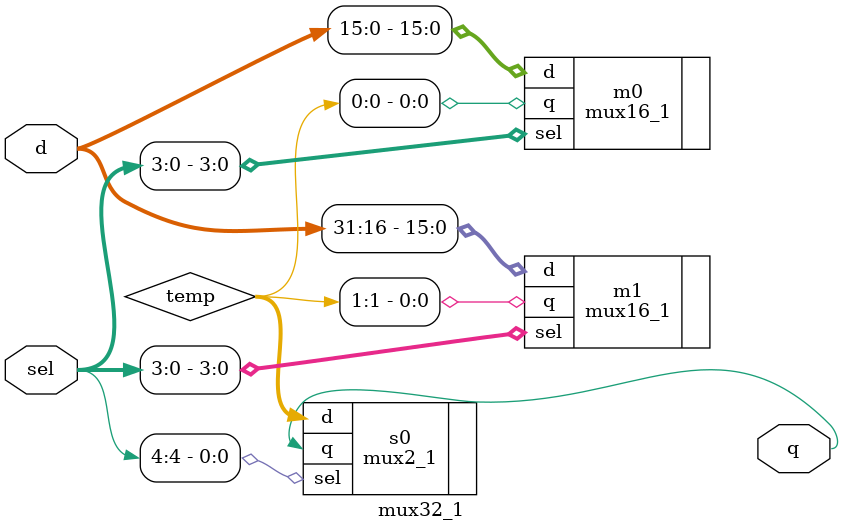
<source format=sv>
module mux32_1 (
    input logic[31:0] d,
    input logic[4:0] sel,
    output logic q
);

    logic [1:0] temp;

    // in 15 - 0
    mux16_1 m0 (.sel(sel[3:0]), .d(d[15:0]), .q(temp[0]));
    
    // in 31 - 16
    mux16_1 m1 (.sel(sel[3:0]), .d(d[31:16]), .q(temp[1]));

    mux2_1 s0 (.sel(sel[4]), .d(temp), .q(q));

endmodule
</source>
